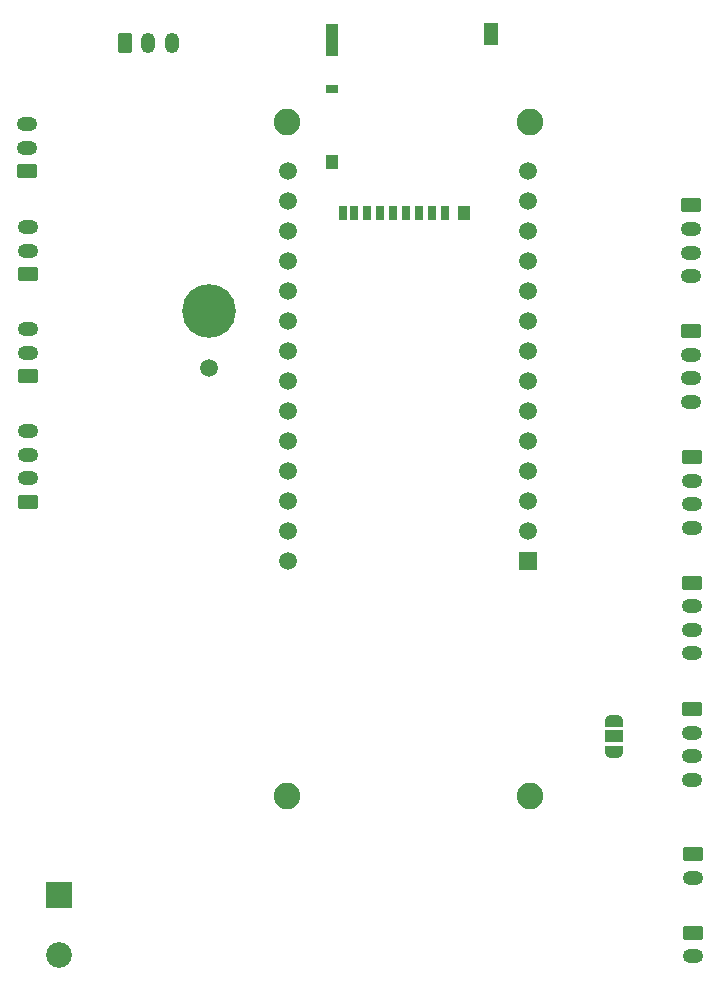
<source format=gbs>
G04 #@! TF.GenerationSoftware,KiCad,Pcbnew,(6.0.5)*
G04 #@! TF.CreationDate,2022-05-16T10:08:24+02:00*
G04 #@! TF.ProjectId,ruche,72756368-652e-46b6-9963-61645f706362,rev?*
G04 #@! TF.SameCoordinates,Original*
G04 #@! TF.FileFunction,Soldermask,Bot*
G04 #@! TF.FilePolarity,Negative*
%FSLAX46Y46*%
G04 Gerber Fmt 4.6, Leading zero omitted, Abs format (unit mm)*
G04 Created by KiCad (PCBNEW (6.0.5)) date 2022-05-16 10:08:24*
%MOMM*%
%LPD*%
G01*
G04 APERTURE LIST*
G04 Aperture macros list*
%AMRoundRect*
0 Rectangle with rounded corners*
0 $1 Rounding radius*
0 $2 $3 $4 $5 $6 $7 $8 $9 X,Y pos of 4 corners*
0 Add a 4 corners polygon primitive as box body*
4,1,4,$2,$3,$4,$5,$6,$7,$8,$9,$2,$3,0*
0 Add four circle primitives for the rounded corners*
1,1,$1+$1,$2,$3*
1,1,$1+$1,$4,$5*
1,1,$1+$1,$6,$7*
1,1,$1+$1,$8,$9*
0 Add four rect primitives between the rounded corners*
20,1,$1+$1,$2,$3,$4,$5,0*
20,1,$1+$1,$4,$5,$6,$7,0*
20,1,$1+$1,$6,$7,$8,$9,0*
20,1,$1+$1,$8,$9,$2,$3,0*%
%AMFreePoly0*
4,1,22,0.550000,-0.750000,0.000000,-0.750000,0.000000,-0.745033,-0.079941,-0.743568,-0.215256,-0.701293,-0.333266,-0.622738,-0.424486,-0.514219,-0.481581,-0.384460,-0.499164,-0.250000,-0.500000,-0.250000,-0.500000,0.250000,-0.499164,0.250000,-0.499963,0.256109,-0.478152,0.396186,-0.417904,0.524511,-0.324060,0.630769,-0.204165,0.706417,-0.067858,0.745374,0.000000,0.744959,0.000000,0.750000,
0.550000,0.750000,0.550000,-0.750000,0.550000,-0.750000,$1*%
%AMFreePoly1*
4,1,20,0.000000,0.744959,0.073905,0.744508,0.209726,0.703889,0.328688,0.626782,0.421226,0.519385,0.479903,0.390333,0.500000,0.250000,0.500000,-0.250000,0.499851,-0.262216,0.476331,-0.402017,0.414519,-0.529596,0.319384,-0.634700,0.198574,-0.708877,0.061801,-0.746166,0.000000,-0.745033,0.000000,-0.750000,-0.550000,-0.750000,-0.550000,0.750000,0.000000,0.750000,0.000000,0.744959,
0.000000,0.744959,$1*%
G04 Aperture macros list end*
%ADD10R,2.175000X2.175000*%
%ADD11C,2.175000*%
%ADD12RoundRect,0.250000X-0.625000X0.350000X-0.625000X-0.350000X0.625000X-0.350000X0.625000X0.350000X0*%
%ADD13O,1.750000X1.200000*%
%ADD14RoundRect,0.250000X0.625000X-0.350000X0.625000X0.350000X-0.625000X0.350000X-0.625000X-0.350000X0*%
%ADD15C,1.500000*%
%ADD16C,4.540000*%
%ADD17RoundRect,0.250000X-0.350000X-0.625000X0.350000X-0.625000X0.350000X0.625000X-0.350000X0.625000X0*%
%ADD18O,1.200000X1.750000*%
%ADD19C,2.250000*%
%ADD20R,1.508000X1.508000*%
%ADD21C,1.508000*%
%ADD22FreePoly0,270.000000*%
%ADD23R,1.500000X1.000000*%
%ADD24FreePoly1,270.000000*%
%ADD25R,0.700000X1.200000*%
%ADD26R,1.000000X0.800000*%
%ADD27R,1.300000X1.900000*%
%ADD28R,1.000000X1.200000*%
%ADD29R,1.000000X2.800000*%
G04 APERTURE END LIST*
D10*
X101550000Y-143635000D03*
D11*
X101550000Y-148635000D03*
D12*
X155140000Y-117140000D03*
D13*
X155140000Y-119140000D03*
X155140000Y-121140000D03*
X155140000Y-123140000D03*
D12*
X155140000Y-127840000D03*
D13*
X155140000Y-129840000D03*
X155140000Y-131840000D03*
X155140000Y-133840000D03*
D14*
X98900000Y-110310000D03*
D13*
X98900000Y-108310000D03*
X98900000Y-106310000D03*
X98900000Y-104310000D03*
D12*
X155225000Y-140135000D03*
D13*
X155225000Y-142135000D03*
D12*
X155225000Y-146785000D03*
D13*
X155225000Y-148785000D03*
D14*
X98875000Y-91035000D03*
D13*
X98875000Y-89035000D03*
X98875000Y-87035000D03*
D14*
X98870000Y-82310000D03*
D13*
X98870000Y-80310000D03*
X98870000Y-78310000D03*
D14*
X98900000Y-99685000D03*
D13*
X98900000Y-97685000D03*
X98900000Y-95685000D03*
D15*
X114220000Y-98940000D03*
D16*
X114220000Y-94140000D03*
D17*
X107100000Y-71460000D03*
D18*
X109100000Y-71460000D03*
X111100000Y-71460000D03*
D19*
X120877500Y-78185000D03*
X141377500Y-78185000D03*
X120877500Y-135185000D03*
X141377500Y-135185000D03*
D20*
X141287500Y-115300200D03*
D21*
X141287500Y-112760200D03*
X141287500Y-110220200D03*
X141287500Y-107680200D03*
X141287500Y-105140200D03*
X141287500Y-102600200D03*
X141287500Y-100060200D03*
X141287500Y-97520200D03*
X141287500Y-94980200D03*
X141287500Y-92440200D03*
X141287500Y-89900200D03*
X141287500Y-87360200D03*
X141287500Y-84820200D03*
X141287500Y-82280200D03*
X120967500Y-82280200D03*
X120967500Y-84820200D03*
X120967500Y-87360200D03*
X120967500Y-89900200D03*
X120967500Y-92440200D03*
X120967500Y-94980200D03*
X120967500Y-97520200D03*
X120967500Y-100060200D03*
X120967500Y-102600200D03*
X120967500Y-105140200D03*
X120967500Y-107680200D03*
X120967500Y-110220200D03*
X120967500Y-112760200D03*
X120967500Y-115300200D03*
D12*
X155070000Y-95840000D03*
D13*
X155070000Y-97840000D03*
X155070000Y-99840000D03*
X155070000Y-101840000D03*
D12*
X155130000Y-106510000D03*
D13*
X155130000Y-108510000D03*
X155130000Y-110510000D03*
X155130000Y-112510000D03*
D12*
X155080000Y-85210000D03*
D13*
X155080000Y-87210000D03*
X155080000Y-89210000D03*
X155080000Y-91210000D03*
D22*
X148530000Y-128870000D03*
D23*
X148530000Y-130170000D03*
D24*
X148530000Y-131470000D03*
D25*
X134235000Y-85835000D03*
X133135000Y-85835000D03*
X132035000Y-85835000D03*
X130935000Y-85835000D03*
X129835000Y-85835000D03*
X128735000Y-85835000D03*
X127635000Y-85835000D03*
X126535000Y-85835000D03*
X125585000Y-85835000D03*
D26*
X124635000Y-75335000D03*
D27*
X138135000Y-70735000D03*
D28*
X135785000Y-85835000D03*
X124635000Y-81535000D03*
D29*
X124635000Y-71185000D03*
M02*

</source>
